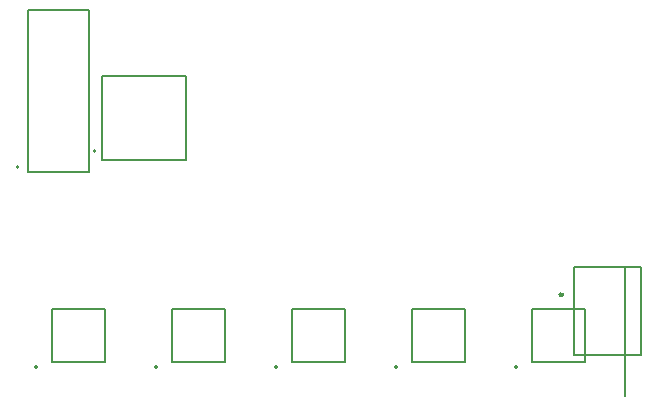
<source format=gbr>
G04 #@! TF.GenerationSoftware,KiCad,Pcbnew,(5.0.1)-3*
G04 #@! TF.CreationDate,2019-11-22T16:36:39-05:00*
G04 #@! TF.ProjectId,SmartWatch,536D61727457617463682E6B69636164,rev?*
G04 #@! TF.SameCoordinates,Original*
G04 #@! TF.FileFunction,Other,ECO2*
%FSLAX46Y46*%
G04 Gerber Fmt 4.6, Leading zero omitted, Abs format (unit mm)*
G04 Created by KiCad (PCBNEW (5.0.1)-3) date 11/22/2019 4:36:39 PM*
%MOMM*%
%LPD*%
G01*
G04 APERTURE LIST*
%ADD10C,0.200000*%
%ADD11C,0.127000*%
%ADD12C,0.300000*%
G04 APERTURE END LIST*
D10*
G04 #@! TO.C,SW4*
X186492000Y-114968000D02*
G75*
G03X186492000Y-114968000I-100000J0D01*
G01*
D11*
X187742000Y-114518000D02*
X192242000Y-114518000D01*
X187742000Y-114518000D02*
X187742000Y-110018000D01*
X192242000Y-110018000D02*
X187742000Y-110018000D01*
X192242000Y-110018000D02*
X192242000Y-114518000D01*
G04 #@! TO.C,SW5*
X202402000Y-110018000D02*
X202402000Y-114518000D01*
X202402000Y-110018000D02*
X197902000Y-110018000D01*
X197902000Y-114518000D02*
X197902000Y-110018000D01*
X197902000Y-114518000D02*
X202402000Y-114518000D01*
D10*
X196652000Y-114968000D02*
G75*
G03X196652000Y-114968000I-100000J0D01*
G01*
G04 #@! TO.C,SW1*
X206812000Y-114968000D02*
G75*
G03X206812000Y-114968000I-100000J0D01*
G01*
D11*
X208062000Y-114518000D02*
X212562000Y-114518000D01*
X208062000Y-114518000D02*
X208062000Y-110018000D01*
X212562000Y-110018000D02*
X208062000Y-110018000D01*
X212562000Y-110018000D02*
X212562000Y-114518000D01*
G04 #@! TO.C,SW2*
X222722000Y-110018000D02*
X222722000Y-114518000D01*
X222722000Y-110018000D02*
X218222000Y-110018000D01*
X218222000Y-114518000D02*
X218222000Y-110018000D01*
X218222000Y-114518000D02*
X222722000Y-114518000D01*
D10*
X216972000Y-114968000D02*
G75*
G03X216972000Y-114968000I-100000J0D01*
G01*
G04 #@! TO.C,SW3*
X227132000Y-114968000D02*
G75*
G03X227132000Y-114968000I-100000J0D01*
G01*
D11*
X228382000Y-114518000D02*
X232882000Y-114518000D01*
X228382000Y-114518000D02*
X228382000Y-110018000D01*
X232882000Y-110018000D02*
X228382000Y-110018000D01*
X232882000Y-110018000D02*
X232882000Y-114518000D01*
G04 #@! TO.C,J1*
X231931000Y-106486000D02*
X231931000Y-113986000D01*
X231931000Y-113986000D02*
X236281000Y-113986000D01*
X236281000Y-113986000D02*
X237592000Y-113986000D01*
X237592000Y-113986000D02*
X237592000Y-106486000D01*
X237592000Y-106486000D02*
X236281000Y-106486000D01*
X236281000Y-106486000D02*
X231931000Y-106486000D01*
X236281000Y-113986000D02*
X236281000Y-106486000D01*
X236281000Y-113986000D02*
X236281000Y-117386000D01*
D12*
X230956000Y-108836000D02*
G75*
G03X230956000Y-108836000I-100000J0D01*
G01*
D11*
G04 #@! TO.C,U12*
X191979200Y-90328400D02*
X191979200Y-97428400D01*
X191979200Y-97428400D02*
X199079200Y-97428400D01*
X199079200Y-97428400D02*
X199079200Y-90328400D01*
X199079200Y-90328400D02*
X191979200Y-90328400D01*
D10*
X191429200Y-96678400D02*
G75*
G03X191429200Y-96678400I-100000J0D01*
G01*
D11*
G04 #@! TO.C,J3*
X190916000Y-98494000D02*
X190916000Y-84744000D01*
X190916000Y-84744000D02*
X185686000Y-84744000D01*
X185686000Y-84744000D02*
X185686000Y-98494000D01*
X185686000Y-98494000D02*
X190916000Y-98494000D01*
X184899813Y-98044000D02*
G75*
G03X184899813Y-98044000I-83813J0D01*
G01*
G04 #@! TD*
M02*

</source>
